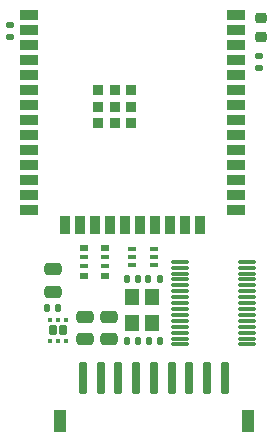
<source format=gbr>
%TF.GenerationSoftware,KiCad,Pcbnew,8.0.2-1*%
%TF.CreationDate,2025-02-04T16:39:29+07:00*%
%TF.ProjectId,ESP32-iPod-BLE,45535033-322d-4695-906f-642d424c452e,rev?*%
%TF.SameCoordinates,Original*%
%TF.FileFunction,Paste,Top*%
%TF.FilePolarity,Positive*%
%FSLAX46Y46*%
G04 Gerber Fmt 4.6, Leading zero omitted, Abs format (unit mm)*
G04 Created by KiCad (PCBNEW 8.0.2-1) date 2025-02-04 16:39:29*
%MOMM*%
%LPD*%
G01*
G04 APERTURE LIST*
G04 Aperture macros list*
%AMRoundRect*
0 Rectangle with rounded corners*
0 $1 Rounding radius*
0 $2 $3 $4 $5 $6 $7 $8 $9 X,Y pos of 4 corners*
0 Add a 4 corners polygon primitive as box body*
4,1,4,$2,$3,$4,$5,$6,$7,$8,$9,$2,$3,0*
0 Add four circle primitives for the rounded corners*
1,1,$1+$1,$2,$3*
1,1,$1+$1,$4,$5*
1,1,$1+$1,$6,$7*
1,1,$1+$1,$8,$9*
0 Add four rect primitives between the rounded corners*
20,1,$1+$1,$2,$3,$4,$5,0*
20,1,$1+$1,$4,$5,$6,$7,0*
20,1,$1+$1,$6,$7,$8,$9,0*
20,1,$1+$1,$8,$9,$2,$3,0*%
G04 Aperture macros list end*
%ADD10RoundRect,0.100000X-0.225000X-0.100000X0.225000X-0.100000X0.225000X0.100000X-0.225000X0.100000X0*%
%ADD11RoundRect,0.075000X-0.662500X-0.075000X0.662500X-0.075000X0.662500X0.075000X-0.662500X0.075000X0*%
%ADD12R,0.800000X0.500000*%
%ADD13R,0.800000X0.400000*%
%ADD14RoundRect,0.140000X-0.140000X-0.170000X0.140000X-0.170000X0.140000X0.170000X-0.140000X0.170000X0*%
%ADD15RoundRect,0.140000X0.140000X0.170000X-0.140000X0.170000X-0.140000X-0.170000X0.140000X-0.170000X0*%
%ADD16RoundRect,0.250000X0.475000X-0.250000X0.475000X0.250000X-0.475000X0.250000X-0.475000X-0.250000X0*%
%ADD17RoundRect,0.175000X-0.175000X-1.175000X0.175000X-1.175000X0.175000X1.175000X-0.175000X1.175000X0*%
%ADD18RoundRect,0.250000X-0.300000X-0.700000X0.300000X-0.700000X0.300000X0.700000X-0.300000X0.700000X0*%
%ADD19R,0.900000X0.900000*%
%ADD20R,1.500000X0.900000*%
%ADD21R,0.900000X1.500000*%
%ADD22RoundRect,0.135000X0.185000X-0.135000X0.185000X0.135000X-0.185000X0.135000X-0.185000X-0.135000X0*%
%ADD23RoundRect,0.172500X-0.172500X0.262500X-0.172500X-0.262500X0.172500X-0.262500X0.172500X0.262500X0*%
%ADD24RoundRect,0.093750X-0.106250X0.093750X-0.106250X-0.093750X0.106250X-0.093750X0.106250X0.093750X0*%
%ADD25RoundRect,0.218750X-0.256250X0.218750X-0.256250X-0.218750X0.256250X-0.218750X0.256250X0.218750X0*%
%ADD26R,1.200000X1.400000*%
%ADD27RoundRect,0.250000X-0.475000X0.250000X-0.475000X-0.250000X0.475000X-0.250000X0.475000X0.250000X0*%
G04 APERTURE END LIST*
D10*
%TO.C,U4*%
X115100000Y-90450000D03*
X115100000Y-91100000D03*
X115100000Y-91750000D03*
X117000000Y-91750000D03*
X117000000Y-91100000D03*
X117000000Y-90450000D03*
%TD*%
D11*
%TO.C,U3*%
X124862500Y-91500000D03*
X124862500Y-92000000D03*
X124862500Y-92500000D03*
X124862500Y-93000000D03*
X124862500Y-93500000D03*
X124862500Y-94000000D03*
X124862500Y-94500000D03*
X124862500Y-95000000D03*
X124862500Y-95500000D03*
X124862500Y-96000000D03*
X124862500Y-96500000D03*
X124862500Y-97000000D03*
X124862500Y-97500000D03*
X124862500Y-98000000D03*
X124862500Y-98500000D03*
X119137500Y-98500000D03*
X119137500Y-98000000D03*
X119137500Y-97500000D03*
X119137500Y-97000000D03*
X119137500Y-96500000D03*
X119137500Y-96000000D03*
X119137500Y-95500000D03*
X119137500Y-95000000D03*
X119137500Y-94500000D03*
X119137500Y-94000000D03*
X119137500Y-93500000D03*
X119137500Y-93000000D03*
X119137500Y-92500000D03*
X119137500Y-92000000D03*
X119137500Y-91500000D03*
%TD*%
D12*
%TO.C,RN1*%
X112800000Y-92700000D03*
D13*
X112800000Y-91900000D03*
X112800000Y-91100000D03*
D12*
X112800000Y-90300000D03*
X111000000Y-90300000D03*
D13*
X111000000Y-91100000D03*
X111000000Y-91900000D03*
D12*
X111000000Y-92700000D03*
%TD*%
D14*
%TO.C,C8*%
X114651250Y-98200000D03*
X115611250Y-98200000D03*
%TD*%
D15*
%TO.C,C7*%
X115600000Y-93000000D03*
X114640000Y-93000000D03*
%TD*%
D14*
%TO.C,C6*%
X117460000Y-93000000D03*
X116500000Y-93000000D03*
%TD*%
D15*
%TO.C,C5*%
X117480000Y-98200000D03*
X116520000Y-98200000D03*
%TD*%
D16*
%TO.C,C4*%
X113200000Y-98049999D03*
X113200000Y-96150001D03*
%TD*%
%TO.C,C3*%
X111099998Y-98049999D03*
X111099998Y-96150001D03*
%TD*%
D17*
%TO.C,J1*%
X110950000Y-101300000D03*
X112450000Y-101300000D03*
X113950000Y-101300000D03*
X115450000Y-101300000D03*
X116950000Y-101300000D03*
X118450000Y-101300000D03*
X119950000Y-101300000D03*
X121450000Y-101300000D03*
X122950000Y-101300000D03*
D18*
X109000000Y-105000000D03*
X124900000Y-105000000D03*
%TD*%
D19*
%TO.C,U2*%
X115050000Y-79760000D03*
X115050000Y-78360000D03*
X115050000Y-76960000D03*
X113650000Y-79760000D03*
X113650000Y-79760000D03*
X113650000Y-78360000D03*
X113650000Y-76960000D03*
X112250000Y-79760000D03*
X112250000Y-79760000D03*
X112250000Y-78360000D03*
X112250000Y-76960000D03*
X112250000Y-76960000D03*
D20*
X123900000Y-70640000D03*
X123900000Y-71910000D03*
X123900000Y-73180000D03*
X123900000Y-74450000D03*
X123900000Y-75720000D03*
X123900000Y-76990000D03*
X123900000Y-78260000D03*
X123900000Y-79530000D03*
X123900000Y-80800000D03*
X123900000Y-82070000D03*
X123900000Y-83340000D03*
X123900000Y-84610000D03*
X123900000Y-85880000D03*
X123900000Y-87150000D03*
D21*
X120860000Y-88400000D03*
X119590000Y-88400000D03*
X118320000Y-88400000D03*
X117050000Y-88400000D03*
X115780000Y-88400000D03*
X114510000Y-88400000D03*
X113240000Y-88400000D03*
X111970000Y-88400000D03*
X110700000Y-88400000D03*
X109430000Y-88400000D03*
D20*
X106400000Y-87150000D03*
X106400000Y-85880000D03*
X106400000Y-84610000D03*
X106400000Y-83340000D03*
X106400000Y-82070000D03*
X106400000Y-80800000D03*
X106400000Y-79530000D03*
X106400000Y-78260000D03*
X106400000Y-76990000D03*
X106400000Y-75720000D03*
X106400000Y-74450000D03*
X106400000Y-73180000D03*
X106400000Y-71910000D03*
X106400000Y-70640000D03*
%TD*%
D15*
%TO.C,C1*%
X108880000Y-95400000D03*
X107920000Y-95400000D03*
%TD*%
D22*
%TO.C,R2*%
X125900000Y-74090001D03*
X125900000Y-75109999D03*
%TD*%
%TO.C,R1*%
X104800000Y-72509999D03*
X104800000Y-71490001D03*
%TD*%
D23*
%TO.C,U1*%
X109250000Y-97300000D03*
X108450000Y-97300000D03*
D24*
X109500000Y-96412500D03*
X108850000Y-96412500D03*
X108200000Y-96412500D03*
X108200000Y-98187500D03*
X108850000Y-98187500D03*
X109500000Y-98187500D03*
%TD*%
D25*
%TO.C,D1*%
X126000000Y-70900000D03*
X126000000Y-72475002D03*
%TD*%
D26*
%TO.C,Y2*%
X116800000Y-96700000D03*
X116800000Y-94500000D03*
X115100000Y-94500000D03*
X115100000Y-96700000D03*
%TD*%
D27*
%TO.C,C2*%
X108400000Y-92150001D03*
X108400000Y-94049999D03*
%TD*%
M02*

</source>
